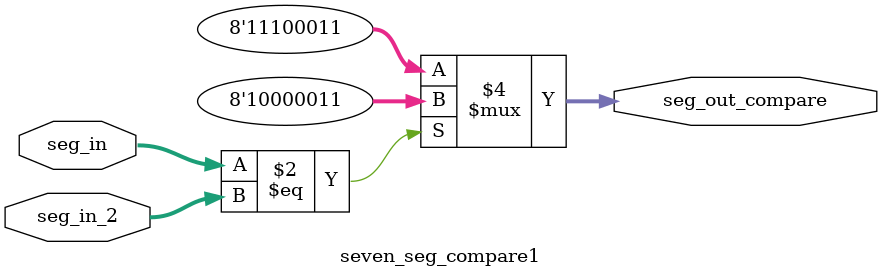
<source format=v>
`timescale 1ns / 1ps


module seven_seg_compare1(
    input [3:0] seg_in,
    input [3:0] seg_in_2,
    output reg [7:0] seg_out_compare
    );
    
    always@(*) begin
    if (seg_in == seg_in_2)
    begin
    seg_out_compare <= 8'b10000011;//U
    end
    else
    begin
    seg_out_compare <= 8'b11100011;//L
    end
    
    end
endmodule

</source>
